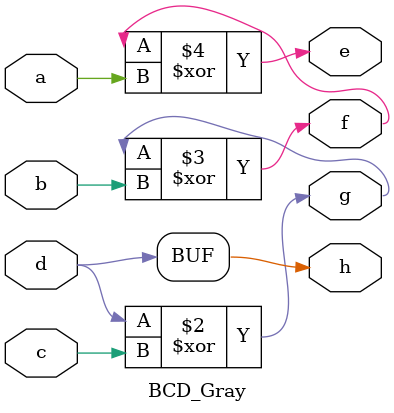
<source format=v>
module BCD_Gray (a,b,c,d,e,f,g,h);
	input a,b,c,d;
	output e,f,g,h;
	
	and (h,d,d);
	xor (g,d,c);
	xor (f,g,b);
	xor (e,f,a);
	
endmodule
</source>
